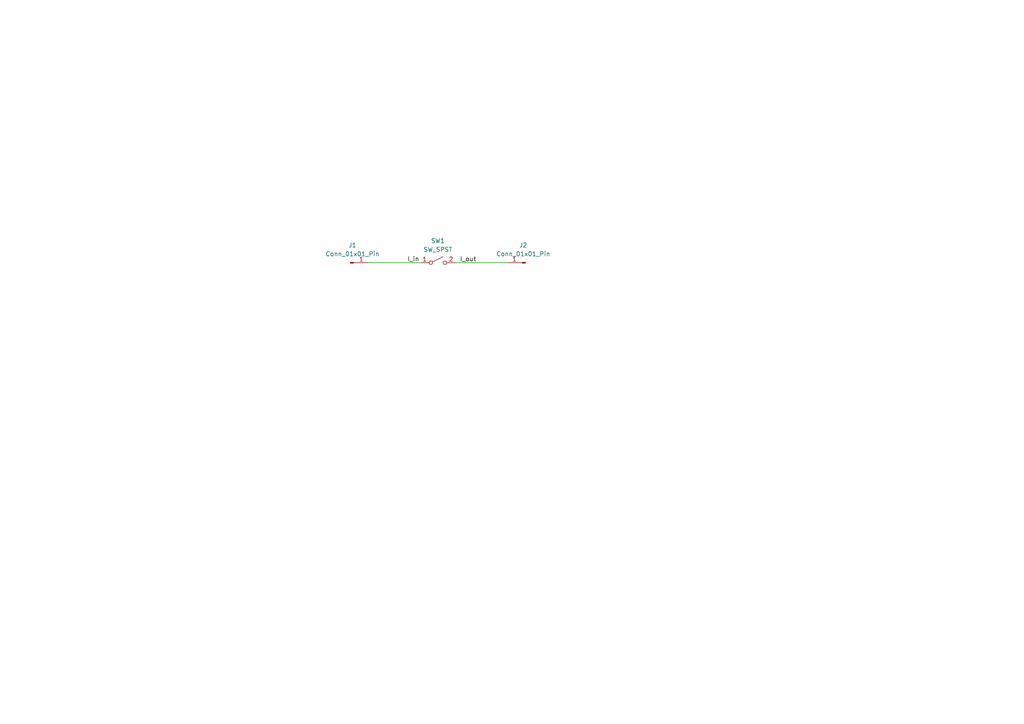
<source format=kicad_sch>
(kicad_sch (version 20231120) (generator "eeschema") (generator_version "8.0")
  (paper "A4")
  (lib_symbols
    (symbol "Connector:Conn_01x01_Pin" (pin_names (offset 1.016) hide)
      (property "Reference" "J" (at 0 2.54 0))
      (property "Value" "Conn_01x01_Pin" (at 0 -2.54 0))
      (symbol "Conn_01x01_Pin_1_1"
        (polyline (pts (xy 1.27 0) (xy 0.8636 0)) (stroke (width 0.1524)))
        (rectangle (start 0.8636 0.127) (end 0 -0.127) (stroke (width 0.1524)) (fill (type outline)))
        (pin passive line (at 5.08 0 180) (length 3.81) (name "Pin_1") (number "1"))
      )
    )
    (symbol "Switch:SW_SPST" (pin_names (offset 0) hide)
      (property "Reference" "SW" (at 0 3.175 0))
      (property "Value" "SW_SPST" (at 0 -2.54 0))
      (symbol "SW_SPST_0_0"
        (circle (center -2.032 0) (radius 0.508))
        (polyline (pts (xy -1.524 0.254) (xy 1.524 1.778)))
        (circle (center 2.032 0) (radius 0.508))
      )
      (symbol "SW_SPST_1_1"
        (pin passive line (at -5.08 0 0) (length 2.54) (name "A") (number "1"))
        (pin passive line (at 5.08 0 180) (length 2.54) (name "B") (number "2"))
      )
    )
  )
  (wire (pts (xy 147.32 76.2) (xy 132.08 76.2)))
  (wire (pts (xy 106.68 76.2) (xy 121.92 76.2)))
  (label "I_out" (at 133.35 76.2 0))
  (label "I_in" (at 118.11 76.2 0))
  (symbol (lib_id "Switch:SW_SPST") (at 127 76.2 0) (unit 1)
    (property "Reference" "SW1" (at 127 69.85 0))
    (property "Value" "SW_SPST" (at 127 72.39 0))
    (property "Footprint" "custom:rocker_spst" (effects (hide yes)))
    (property "Description" "Single Pole Single Throw (SPST) switch" (effects (hide yes)))
  )
  (symbol (lib_id "Connector:Conn_01x01_Pin") (at 152.4 76.2 180) (unit 1)
    (property "Reference" "J2" (at 151.765 71.12 0))
    (property "Value" "Conn_01x01_Pin" (at 151.765 73.66 0))
    (property "Footprint" "Connector_Wire:SolderWire-2.5sqmm_1x01_D2.4mm_OD3.6mm" (effects (hide yes)))
    (property "Description" "Generic connector, single row, 01x01, script generated" (effects (hide yes)))
  )
  (symbol (lib_id "Connector:Conn_01x01_Pin") (at 101.6 76.2 0) (unit 1)
    (property "Reference" "J1" (at 102.235 71.12 0))
    (property "Value" "Conn_01x01_Pin" (at 102.235 73.66 0))
    (property "Footprint" "Connector_Wire:SolderWire-2.5sqmm_1x01_D2.4mm_OD3.6mm" (effects (hide yes)))
    (property "Description" "Generic connector, single row, 01x01, script generated" (effects (hide yes)))
  )
)
</source>
